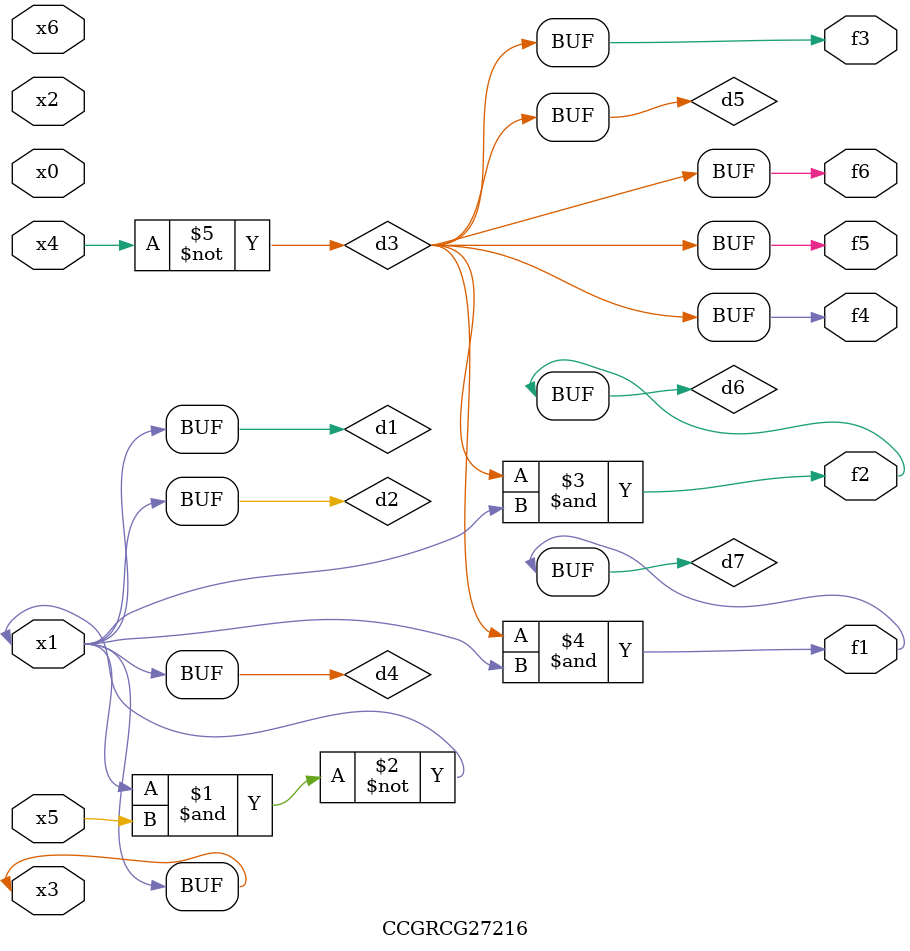
<source format=v>
module CCGRCG27216(
	input x0, x1, x2, x3, x4, x5, x6,
	output f1, f2, f3, f4, f5, f6
);

	wire d1, d2, d3, d4, d5, d6, d7;

	buf (d1, x1, x3);
	nand (d2, x1, x5);
	not (d3, x4);
	buf (d4, d1, d2);
	buf (d5, d3);
	and (d6, d3, d4);
	and (d7, d3, d4);
	assign f1 = d7;
	assign f2 = d6;
	assign f3 = d5;
	assign f4 = d5;
	assign f5 = d5;
	assign f6 = d5;
endmodule

</source>
